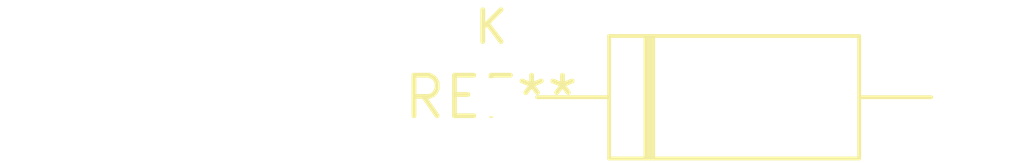
<source format=kicad_pcb>
(kicad_pcb (version 20240108) (generator pcbnew)
  (layers (0 "F.Cu" signal) (31 "B.Cu" signal) (34 "B.Paste" user) (35 "F.Paste" user) (36 "B.SilkS" user "B.Silkscreen") (37 "F.SilkS" user "F.Silkscreen") (38 "B.Mask" user) (39 "F.Mask" user) (44 "Edge.Cuts" user))
  (net 0 "")
  (footprint "D_DO-15_P15.24mm_Horizontal" (layer "F.Cu") (at 0 0)
    (property "Reference" "REF**")
    (property "Value" "D_DO-15_P15.24mm_Horizontal")
    (fp_line (start 1.44 0) (end 3.7 0) (layer "F.SilkS") (stroke (width 0.12)))
    (fp_line (start 3.7 -1.92) (end 3.7 1.92) (layer "F.SilkS") (stroke (width 0.12)))
    (fp_line (start 3.7 1.92) (end 11.54 1.92) (layer "F.SilkS") (stroke (width 0.12)))
    (fp_line (start 4.84 -1.92) (end 4.84 1.92) (layer "F.SilkS") (stroke (width 0.12)))
    (fp_line (start 4.96 -1.92) (end 4.96 1.92) (layer "F.SilkS") (stroke (width 0.12)))
    (fp_line (start 5.08 -1.92) (end 5.08 1.92) (layer "F.SilkS") (stroke (width 0.12)))
    (fp_line (start 11.54 -1.92) (end 3.7 -1.92) (layer "F.SilkS") (stroke (width 0.12)))
    (fp_line (start 11.54 1.92) (end 11.54 -1.92) (layer "F.SilkS") (stroke (width 0.12)))
    (fp_line (start 13.8 0) (end 11.54 0) (layer "F.SilkS") (stroke (width 0.12)))
    (fp_text user "K" (at 0 -2.2 0) (layer "F.SilkS"))
    (pad "1" thru_hole rect (at 0 0) (size 2.4 2.4) (drill 1.2) (layers *.Cu *.Mask) (remove_unused_layers))
    (pad "2" thru_hole oval (at 15.24 0) (size 2.4 2.4) (drill 1.2) (layers *.Cu *.Mask) (remove_unused_layers))
  )
)
</source>
